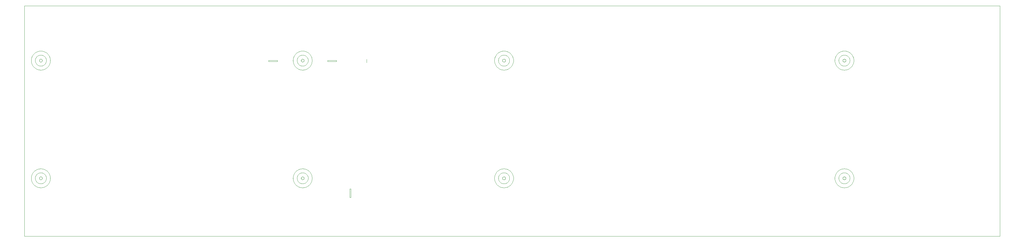
<source format=gts>
*%FSLAX23Y23*%
*%MOIN*%
G01*
D11*
X4105Y9426D02*
X15837D01*
Y6651D02*
X4105D01*
X15837D02*
Y9426D01*
X4105D02*
Y6651D01*
D22*
X15125Y7236D02*
D03*
Y8676D02*
D03*
D24*
X15275Y7131D02*
D03*
Y8536D02*
D03*
Y7831D02*
D03*
Y9246D02*
D03*
X15185Y7131D02*
D03*
Y6781D02*
D03*
X15155Y6806D02*
D03*
X15125Y6831D02*
D03*
X15095Y6856D02*
D03*
X15185Y7181D02*
D03*
X15155Y7396D02*
D03*
Y7536D02*
D03*
X15025Y6876D02*
D03*
Y7581D02*
D03*
X15185Y8536D02*
D03*
Y9246D02*
D03*
X15175Y8836D02*
D03*
X15125Y8966D02*
D03*
Y8616D02*
D03*
X15185Y7831D02*
D03*
X14840Y7331D02*
D03*
X14885Y7446D02*
D03*
Y6816D02*
D03*
X14930Y7226D02*
D03*
X14885Y8226D02*
D03*
X14915Y8686D02*
D03*
X14885Y8941D02*
D03*
X14990Y8886D02*
D03*
X15020Y8286D02*
D03*
X14975Y8941D02*
D03*
X14630Y7731D02*
D03*
Y6946D02*
D03*
Y8371D02*
D03*
Y9081D02*
D03*
X14485Y9106D02*
D03*
X14455Y8961D02*
D03*
X14485Y8816D02*
D03*
X14455Y8116D02*
D03*
X14320Y7136D02*
D03*
X14345Y7311D02*
D03*
Y7581D02*
D03*
X14275Y9256D02*
D03*
X14270Y8551D02*
D03*
Y7906D02*
D03*
X14245Y8796D02*
D03*
X14350Y8231D02*
D03*
X14080Y7136D02*
D03*
X14145Y7601D02*
D03*
X14185Y8936D02*
D03*
X14155Y8231D02*
D03*
X14080Y9106D02*
D03*
X13900Y7036D02*
D03*
X14038Y7709D02*
D03*
X13955Y9256D02*
D03*
X13805Y7501D02*
D03*
X13790Y7331D02*
D03*
X13775Y6941D02*
D03*
X13790Y7421D02*
D03*
X13770Y8936D02*
D03*
X13805Y8426D02*
D03*
X13790Y7841D02*
D03*
Y8326D02*
D03*
X13795Y7981D02*
D03*
X13730D02*
D03*
X13670Y8415D02*
D03*
X13720Y9351D02*
D03*
X13540Y6841D02*
D03*
X13485Y7666D02*
D03*
X13578Y7091D02*
D03*
X13485Y7576D02*
D03*
Y8151D02*
D03*
X13475Y8656D02*
D03*
X13485Y8061D02*
D03*
X13475Y8566D02*
D03*
X13580Y8936D02*
D03*
X13430Y6991D02*
D03*
X13410Y7481D02*
D03*
X13270Y7106D02*
D03*
X13410Y7521D02*
D03*
X13425Y7066D02*
D03*
X13370Y8481D02*
D03*
X13385Y8011D02*
D03*
X13363Y8568D02*
D03*
X13410Y7966D02*
D03*
X13270Y8071D02*
D03*
X13260Y8521D02*
D03*
X13335Y9346D02*
D03*
X13120Y7044D02*
D03*
X13255Y7586D02*
D03*
X13185Y8956D02*
D03*
X12890Y7696D02*
D03*
X12930Y7066D02*
D03*
X12890Y7471D02*
D03*
Y7246D02*
D03*
X12885Y8746D02*
D03*
Y9296D02*
D03*
X12890Y7921D02*
D03*
Y8146D02*
D03*
X12885Y8596D02*
D03*
Y8371D02*
D03*
X12750Y6901D02*
D03*
X12865D02*
D03*
Y7006D02*
D03*
X12750Y7036D02*
D03*
X12675Y7741D02*
D03*
X12710Y6961D02*
D03*
X12736Y9026D02*
D03*
X12805Y9121D02*
D03*
Y9236D02*
D03*
X12675Y8321D02*
D03*
X12857Y9371D02*
D03*
X12593Y6843D02*
D03*
X12575Y9181D02*
D03*
X12505Y9199D02*
D03*
X12525Y8556D02*
D03*
X12495Y8526D02*
D03*
X12623Y8855D02*
D03*
X12601Y8825D02*
D03*
X12570Y7864D02*
D03*
Y8198D02*
D03*
X12555Y8386D02*
D03*
Y8431D02*
D03*
X12505Y7981D02*
D03*
X12560Y8081D02*
D03*
X12610Y8546D02*
D03*
X12315Y6901D02*
D03*
Y7056D02*
D03*
X12415Y7116D02*
D03*
Y6996D02*
D03*
X12330Y7741D02*
D03*
X12450Y6956D02*
D03*
X12361Y6811D02*
D03*
X12470Y7682D02*
D03*
X12440Y7864D02*
D03*
X12465Y8835D02*
D03*
X12343Y8410D02*
D03*
X12403Y8411D02*
D03*
X12373Y8441D02*
D03*
X12313D02*
D03*
X12435Y8466D02*
D03*
X12465Y8496D02*
D03*
X12285Y7801D02*
D03*
X12284Y8956D02*
D03*
X12440Y8198D02*
D03*
X12200Y6901D02*
D03*
Y7086D02*
D03*
X12165Y6921D02*
D03*
X12244Y8956D02*
D03*
X12258Y8441D02*
D03*
X12228Y8466D02*
D03*
X12198Y8496D02*
D03*
X12168Y8526D02*
D03*
X12113Y8451D02*
D03*
X12100Y7916D02*
D03*
X12130Y7886D02*
D03*
X12255Y7831D02*
D03*
X12225Y7861D02*
D03*
X12195Y7891D02*
D03*
X11965Y7606D02*
D03*
X12045Y6843D02*
D03*
X11905Y6956D02*
D03*
X11901Y7366D02*
D03*
X11910Y8341D02*
D03*
X12053Y8511D02*
D03*
X12083Y8481D02*
D03*
X12070Y7946D02*
D03*
X12040Y7976D02*
D03*
X11970Y7986D02*
D03*
X11940Y8016D02*
D03*
X11910Y8046D02*
D03*
X11705Y7261D02*
D03*
X11720Y6751D02*
D03*
X11750Y6781D02*
D03*
X11765Y7606D02*
D03*
X11865Y6956D02*
D03*
X11810Y6806D02*
D03*
X11835Y7086D02*
D03*
Y7276D02*
D03*
X11880Y8076D02*
D03*
Y8136D02*
D03*
X11850Y8166D02*
D03*
X11820Y8196D02*
D03*
X11765Y8286D02*
D03*
X11625Y7461D02*
D03*
X11595Y7531D02*
D03*
X11565Y7606D02*
D03*
X11535Y6871D02*
D03*
X11660Y6696D02*
D03*
X11690Y6721D02*
D03*
X11570Y8571D02*
D03*
X11535Y8541D02*
D03*
X11505Y8571D02*
D03*
X11385Y7726D02*
D03*
X11465Y7441D02*
D03*
Y7351D02*
D03*
X11410Y7694D02*
D03*
X11355Y7116D02*
D03*
X11323Y7425D02*
D03*
X11311Y6961D02*
D03*
X11385Y8061D02*
D03*
X11445Y8631D02*
D03*
X11410Y8422D02*
D03*
Y8167D02*
D03*
Y7950D02*
D03*
X11307Y8691D02*
D03*
X11385Y8371D02*
D03*
X11200Y7141D02*
D03*
X11230Y7546D02*
D03*
X11155Y7191D02*
D03*
X11110D02*
D03*
Y7141D02*
D03*
X11150Y7756D02*
D03*
Y7681D02*
D03*
X11165Y7351D02*
D03*
X11220Y8576D02*
D03*
X11175Y8351D02*
D03*
X11300Y8265D02*
D03*
Y7871D02*
D03*
X11250Y8351D02*
D03*
X10935Y7246D02*
D03*
X10976D02*
D03*
X11035Y7381D02*
D03*
X11005Y6936D02*
D03*
Y7011D02*
D03*
X11095Y7626D02*
D03*
X10976Y7421D02*
D03*
X11055Y8491D02*
D03*
X10937Y8691D02*
D03*
X10780Y7086D02*
D03*
X10795Y6906D02*
D03*
X10890Y7546D02*
D03*
X10745Y6706D02*
D03*
X10760Y8691D02*
D03*
X10845Y8576D02*
D03*
X10560Y7771D02*
D03*
X10681Y7626D02*
D03*
X10641Y8491D02*
D03*
X10350Y7721D02*
D03*
X10510Y7546D02*
D03*
X10464Y7520D02*
D03*
X10485Y7771D02*
D03*
X10330Y7674D02*
D03*
X10490Y8571D02*
D03*
X10330Y7950D02*
D03*
X10345Y8304D02*
D03*
X10440Y8245D02*
D03*
Y7851D02*
D03*
X10415Y8711D02*
D03*
X10480Y8446D02*
D03*
Y8376D02*
D03*
X10350Y8026D02*
D03*
X10140Y7600D02*
D03*
X10255Y6796D02*
D03*
X10205Y7486D02*
D03*
X10235Y7536D02*
D03*
X10170Y7694D02*
D03*
X10140Y8446D02*
D03*
Y8326D02*
D03*
Y8376D02*
D03*
X10228Y7801D02*
D03*
X10200Y7971D02*
D03*
X10145Y8946D02*
D03*
X10210Y8186D02*
D03*
X10230Y8487D02*
D03*
X9945Y7601D02*
D03*
X9935Y8606D02*
D03*
X10100Y8716D02*
D03*
X9935Y8217D02*
D03*
X9560Y7351D02*
D03*
X9585Y8226D02*
D03*
X9470Y6996D02*
D03*
Y7351D02*
D03*
X9360Y8631D02*
D03*
X9530Y8081D02*
D03*
X9370Y8231D02*
D03*
X9255Y7556D02*
D03*
Y7601D02*
D03*
X9315Y8331D02*
D03*
Y8431D02*
D03*
X9320Y8931D02*
D03*
Y8831D02*
D03*
X9260Y8681D02*
D03*
X9215Y8536D02*
D03*
X9266Y8181D02*
D03*
X9030Y7221D02*
D03*
X8955Y7656D02*
D03*
X8990Y8226D02*
D03*
Y8741D02*
D03*
X9110Y8506D02*
D03*
X9120Y9011D02*
D03*
X9068Y8226D02*
D03*
X9017Y8341D02*
D03*
X8970Y8561D02*
D03*
X9094Y8726D02*
D03*
X9017Y8846D02*
D03*
X8930Y7221D02*
D03*
X8760D02*
D03*
X8800Y7281D02*
D03*
X8895Y8746D02*
D03*
Y8231D02*
D03*
Y8141D02*
D03*
X8885Y9011D02*
D03*
X8840Y8536D02*
D03*
X8730Y7191D02*
D03*
X8590Y7381D02*
D03*
X8650Y7136D02*
D03*
X8590Y7471D02*
D03*
X8670Y8096D02*
D03*
Y8611D02*
D03*
X8570Y8586D02*
D03*
X8220Y7411D02*
D03*
X8195Y7641D02*
D03*
Y7996D02*
D03*
X8360Y8421D02*
D03*
X8100Y7546D02*
D03*
X8075Y8761D02*
D03*
X7875Y8381D02*
D03*
X7770Y7261D02*
D03*
X7700Y6991D02*
D03*
X7735Y9061D02*
D03*
X7715Y8506D02*
D03*
X7025Y9061D02*
D03*
X7005Y8506D02*
D03*
X7165Y8381D02*
D03*
X5330Y8026D02*
D03*
Y8591D02*
D03*
X5065Y7201D02*
D03*
X5190Y7436D02*
D03*
X5075Y7396D02*
D03*
X5190Y8646D02*
D03*
Y7971D02*
D03*
X5045Y8426D02*
D03*
X4860Y7441D02*
D03*
Y7141D02*
D03*
X5005Y8301D02*
D03*
X5040Y7974D02*
D03*
X4795Y7576D02*
D03*
Y8121D02*
D03*
X4810Y8376D02*
D03*
D26*
X13852Y8767D02*
X13854D01*
X13852D02*
X13853Y8756D01*
X13855Y8745D01*
X13857Y8735D01*
X13861Y8724D01*
X13865Y8715D01*
X13871Y8705D01*
X13877Y8696D01*
X13884Y8688D01*
X13892Y8680D01*
X13901Y8674D01*
X13910Y8668D01*
X13919Y8663D01*
X13930Y8659D01*
X13940Y8656D01*
X13951Y8654D01*
X13962Y8653D01*
X13972D01*
X13983Y8654D01*
X13994Y8656D01*
X14004Y8659D01*
X14015Y8663D01*
X14024Y8668D01*
X14033Y8674D01*
X14042Y8680D01*
X14050Y8688D01*
X14057Y8696D01*
X14063Y8705D01*
X14069Y8715D01*
X14073Y8724D01*
X14077Y8735D01*
X14079Y8745D01*
X14081Y8756D01*
X14082Y8767D01*
X14082D01*
X14082D02*
X14081Y8778D01*
X14079Y8789D01*
X14077Y8799D01*
X14073Y8810D01*
X14069Y8819D01*
X14063Y8829D01*
X14057Y8838D01*
X14050Y8846D01*
X14042Y8854D01*
X14033Y8860D01*
X14024Y8866D01*
X14015Y8871D01*
X14004Y8875D01*
X13994Y8878D01*
X13983Y8880D01*
X13972Y8881D01*
X13962D01*
X13951Y8880D01*
X13940Y8878D01*
X13930Y8875D01*
X13919Y8871D01*
X13910Y8866D01*
X13901Y8860D01*
X13892Y8854D01*
X13884Y8846D01*
X13877Y8838D01*
X13871Y8829D01*
X13865Y8819D01*
X13861Y8810D01*
X13857Y8799D01*
X13855Y8789D01*
X13853Y8778D01*
X13852Y8767D01*
X13900D02*
X13902D01*
X13900D02*
X13901Y8757D01*
X13903Y8747D01*
X13907Y8738D01*
X13912Y8730D01*
X13918Y8722D01*
X13926Y8715D01*
X13934Y8709D01*
X13943Y8705D01*
X13952Y8702D01*
X13962Y8701D01*
X13972D01*
X13982Y8702D01*
X13991Y8705D01*
X14000Y8709D01*
X14008Y8715D01*
X14016Y8722D01*
X14022Y8730D01*
X14027Y8738D01*
X14031Y8747D01*
X14033Y8757D01*
X14034Y8767D01*
X14034D01*
X14034D02*
X14033Y8777D01*
X14031Y8787D01*
X14027Y8796D01*
X14022Y8804D01*
X14016Y8812D01*
X14008Y8819D01*
X14000Y8825D01*
X13991Y8829D01*
X13982Y8832D01*
X13972Y8833D01*
X13962D01*
X13952Y8832D01*
X13943Y8829D01*
X13934Y8825D01*
X13926Y8819D01*
X13918Y8812D01*
X13912Y8804D01*
X13907Y8796D01*
X13903Y8787D01*
X13901Y8777D01*
X13900Y8767D01*
X13948D02*
X13950D01*
X13948D02*
X13950Y8761D01*
X13953Y8755D01*
X13958Y8751D01*
X13964Y8749D01*
X13970D01*
X13976Y8751D01*
X13981Y8755D01*
X13984Y8761D01*
X13986Y8767D01*
X13986D01*
X13986D02*
X13984Y8773D01*
X13981Y8779D01*
X13976Y8783D01*
X13970Y8785D01*
X13964D01*
X13958Y8783D01*
X13953Y8779D01*
X13950Y8773D01*
X13948Y8767D01*
X13852Y7350D02*
X13854D01*
X13852D02*
X13853Y7339D01*
X13855Y7328D01*
X13857Y7318D01*
X13861Y7307D01*
X13865Y7298D01*
X13871Y7288D01*
X13877Y7279D01*
X13884Y7271D01*
X13892Y7263D01*
X13901Y7257D01*
X13910Y7251D01*
X13919Y7246D01*
X13930Y7242D01*
X13940Y7239D01*
X13951Y7237D01*
X13962Y7236D01*
X13972D01*
X13983Y7237D01*
X13994Y7239D01*
X14004Y7242D01*
X14015Y7246D01*
X14024Y7251D01*
X14033Y7257D01*
X14042Y7263D01*
X14050Y7271D01*
X14057Y7279D01*
X14063Y7288D01*
X14069Y7298D01*
X14073Y7307D01*
X14077Y7318D01*
X14079Y7328D01*
X14081Y7339D01*
X14082Y7350D01*
X14082D01*
X14082D02*
X14081Y7361D01*
X14079Y7372D01*
X14077Y7382D01*
X14073Y7393D01*
X14069Y7402D01*
X14063Y7412D01*
X14057Y7421D01*
X14050Y7429D01*
X14042Y7437D01*
X14033Y7443D01*
X14024Y7449D01*
X14015Y7454D01*
X14004Y7458D01*
X13994Y7461D01*
X13983Y7463D01*
X13972Y7464D01*
X13962D01*
X13951Y7463D01*
X13940Y7461D01*
X13930Y7458D01*
X13919Y7454D01*
X13910Y7449D01*
X13901Y7443D01*
X13892Y7437D01*
X13884Y7429D01*
X13877Y7421D01*
X13871Y7412D01*
X13865Y7402D01*
X13861Y7393D01*
X13857Y7382D01*
X13855Y7372D01*
X13853Y7361D01*
X13852Y7350D01*
X13900D02*
X13902D01*
X13900D02*
X13901Y7340D01*
X13903Y7330D01*
X13907Y7321D01*
X13912Y7313D01*
X13918Y7305D01*
X13926Y7298D01*
X13934Y7292D01*
X13943Y7288D01*
X13952Y7285D01*
X13962Y7284D01*
X13972D01*
X13982Y7285D01*
X13991Y7288D01*
X14000Y7292D01*
X14008Y7298D01*
X14016Y7305D01*
X14022Y7313D01*
X14027Y7321D01*
X14031Y7330D01*
X14033Y7340D01*
X14034Y7350D01*
X14034D01*
X14034D02*
X14033Y7360D01*
X14031Y7370D01*
X14027Y7379D01*
X14022Y7387D01*
X14016Y7395D01*
X14008Y7402D01*
X14000Y7408D01*
X13991Y7412D01*
X13982Y7415D01*
X13972Y7416D01*
X13962D01*
X13952Y7415D01*
X13943Y7412D01*
X13934Y7408D01*
X13926Y7402D01*
X13918Y7395D01*
X13912Y7387D01*
X13907Y7379D01*
X13903Y7370D01*
X13901Y7360D01*
X13900Y7350D01*
X13948D02*
X13950D01*
X13948D02*
X13950Y7344D01*
X13953Y7338D01*
X13958Y7334D01*
X13964Y7332D01*
X13970D01*
X13976Y7334D01*
X13981Y7338D01*
X13984Y7344D01*
X13986Y7350D01*
X13986D01*
X13986D02*
X13984Y7356D01*
X13981Y7362D01*
X13976Y7366D01*
X13970Y7368D01*
X13964D01*
X13958Y7366D01*
X13953Y7362D01*
X13950Y7356D01*
X13948Y7350D01*
X9758Y8767D02*
X9760D01*
X9758D02*
X9759Y8756D01*
X9761Y8745D01*
X9763Y8735D01*
X9767Y8724D01*
X9771Y8715D01*
X9777Y8705D01*
X9783Y8696D01*
X9790Y8688D01*
X9798Y8680D01*
X9807Y8674D01*
X9816Y8668D01*
X9825Y8663D01*
X9836Y8659D01*
X9846Y8656D01*
X9857Y8654D01*
X9868Y8653D01*
X9878D01*
X9889Y8654D01*
X9900Y8656D01*
X9910Y8659D01*
X9921Y8663D01*
X9930Y8668D01*
X9939Y8674D01*
X9948Y8680D01*
X9956Y8688D01*
X9963Y8696D01*
X9969Y8705D01*
X9975Y8715D01*
X9979Y8724D01*
X9983Y8735D01*
X9985Y8745D01*
X9987Y8756D01*
X9988Y8767D01*
X9988D01*
X9988D02*
X9987Y8778D01*
X9985Y8789D01*
X9983Y8799D01*
X9979Y8810D01*
X9975Y8819D01*
X9969Y8829D01*
X9963Y8838D01*
X9956Y8846D01*
X9948Y8854D01*
X9939Y8860D01*
X9930Y8866D01*
X9921Y8871D01*
X9910Y8875D01*
X9900Y8878D01*
X9889Y8880D01*
X9878Y8881D01*
X9868D01*
X9857Y8880D01*
X9846Y8878D01*
X9836Y8875D01*
X9825Y8871D01*
X9816Y8866D01*
X9807Y8860D01*
X9798Y8854D01*
X9790Y8846D01*
X9783Y8838D01*
X9777Y8829D01*
X9771Y8819D01*
X9767Y8810D01*
X9763Y8799D01*
X9761Y8789D01*
X9759Y8778D01*
X9758Y8767D01*
X9806D02*
X9808D01*
X9806D02*
X9807Y8757D01*
X9809Y8747D01*
X9813Y8738D01*
X9818Y8730D01*
X9824Y8722D01*
X9832Y8715D01*
X9840Y8709D01*
X9849Y8705D01*
X9858Y8702D01*
X9868Y8701D01*
X9878D01*
X9888Y8702D01*
X9897Y8705D01*
X9906Y8709D01*
X9914Y8715D01*
X9922Y8722D01*
X9928Y8730D01*
X9933Y8738D01*
X9937Y8747D01*
X9939Y8757D01*
X9940Y8767D01*
X9940D01*
X9940D02*
X9939Y8777D01*
X9937Y8787D01*
X9933Y8796D01*
X9928Y8804D01*
X9922Y8812D01*
X9914Y8819D01*
X9906Y8825D01*
X9897Y8829D01*
X9888Y8832D01*
X9878Y8833D01*
X9868D01*
X9858Y8832D01*
X9849Y8829D01*
X9840Y8825D01*
X9832Y8819D01*
X9824Y8812D01*
X9818Y8804D01*
X9813Y8796D01*
X9809Y8787D01*
X9807Y8777D01*
X9806Y8767D01*
X9854D02*
X9856D01*
X9854D02*
X9856Y8761D01*
X9859Y8755D01*
X9864Y8751D01*
X9870Y8749D01*
X9876D01*
X9882Y8751D01*
X9887Y8755D01*
X9890Y8761D01*
X9892Y8767D01*
X9892D01*
X9892D02*
X9890Y8773D01*
X9887Y8779D01*
X9882Y8783D01*
X9876Y8785D01*
X9870D01*
X9864Y8783D01*
X9859Y8779D01*
X9856Y8773D01*
X9854Y8767D01*
X9758Y7350D02*
X9760D01*
X9758D02*
X9759Y7339D01*
X9761Y7328D01*
X9763Y7318D01*
X9767Y7307D01*
X9771Y7298D01*
X9777Y7288D01*
X9783Y7279D01*
X9790Y7271D01*
X9798Y7263D01*
X9807Y7257D01*
X9816Y7251D01*
X9825Y7246D01*
X9836Y7242D01*
X9846Y7239D01*
X9857Y7237D01*
X9868Y7236D01*
X9878D01*
X9889Y7237D01*
X9900Y7239D01*
X9910Y7242D01*
X9921Y7246D01*
X9930Y7251D01*
X9939Y7257D01*
X9948Y7263D01*
X9956Y7271D01*
X9963Y7279D01*
X9969Y7288D01*
X9975Y7298D01*
X9979Y7307D01*
X9983Y7318D01*
X9985Y7328D01*
X9987Y7339D01*
X9988Y7350D01*
X9988D01*
X9988D02*
X9987Y7361D01*
X9985Y7372D01*
X9983Y7382D01*
X9979Y7393D01*
X9975Y7402D01*
X9969Y7412D01*
X9963Y7421D01*
X9956Y7429D01*
X9948Y7437D01*
X9939Y7443D01*
X9930Y7449D01*
X9921Y7454D01*
X9910Y7458D01*
X9900Y7461D01*
X9889Y7463D01*
X9878Y7464D01*
X9868D01*
X9857Y7463D01*
X9846Y7461D01*
X9836Y7458D01*
X9825Y7454D01*
X9816Y7449D01*
X9807Y7443D01*
X9798Y7437D01*
X9790Y7429D01*
X9783Y7421D01*
X9777Y7412D01*
X9771Y7402D01*
X9767Y7393D01*
X9763Y7382D01*
X9761Y7372D01*
X9759Y7361D01*
X9758Y7350D01*
X9806D02*
X9808D01*
X9806D02*
X9807Y7340D01*
X9809Y7330D01*
X9813Y7321D01*
X9818Y7313D01*
X9824Y7305D01*
X9832Y7298D01*
X9840Y7292D01*
X9849Y7288D01*
X9858Y7285D01*
X9868Y7284D01*
X9878D01*
X9888Y7285D01*
X9897Y7288D01*
X9906Y7292D01*
X9914Y7298D01*
X9922Y7305D01*
X9928Y7313D01*
X9933Y7321D01*
X9937Y7330D01*
X9939Y7340D01*
X9940Y7350D01*
X9940D01*
X9940D02*
X9939Y7360D01*
X9937Y7370D01*
X9933Y7379D01*
X9928Y7387D01*
X9922Y7395D01*
X9914Y7402D01*
X9906Y7408D01*
X9897Y7412D01*
X9888Y7415D01*
X9878Y7416D01*
X9868D01*
X9858Y7415D01*
X9849Y7412D01*
X9840Y7408D01*
X9832Y7402D01*
X9824Y7395D01*
X9818Y7387D01*
X9813Y7379D01*
X9809Y7370D01*
X9807Y7360D01*
X9806Y7350D01*
X9854D02*
X9856D01*
X9854D02*
X9856Y7344D01*
X9859Y7338D01*
X9864Y7334D01*
X9870Y7332D01*
X9876D01*
X9882Y7334D01*
X9887Y7338D01*
X9890Y7344D01*
X9892Y7350D01*
X9892D01*
X9892D02*
X9890Y7356D01*
X9887Y7362D01*
X9882Y7366D01*
X9876Y7368D01*
X9870D01*
X9864Y7366D01*
X9859Y7362D01*
X9856Y7356D01*
X9854Y7350D01*
X7336Y8767D02*
X7338D01*
X7336D02*
X7337Y8756D01*
X7339Y8745D01*
X7341Y8735D01*
X7345Y8724D01*
X7349Y8715D01*
X7355Y8705D01*
X7361Y8696D01*
X7368Y8688D01*
X7376Y8680D01*
X7385Y8674D01*
X7394Y8668D01*
X7403Y8663D01*
X7414Y8659D01*
X7424Y8656D01*
X7435Y8654D01*
X7446Y8653D01*
X7456D01*
X7467Y8654D01*
X7478Y8656D01*
X7488Y8659D01*
X7499Y8663D01*
X7508Y8668D01*
X7517Y8674D01*
X7526Y8680D01*
X7534Y8688D01*
X7541Y8696D01*
X7547Y8705D01*
X7553Y8715D01*
X7557Y8724D01*
X7561Y8735D01*
X7563Y8745D01*
X7565Y8756D01*
X7566Y8767D01*
X7566D01*
X7566D02*
X7565Y8778D01*
X7563Y8789D01*
X7561Y8799D01*
X7557Y8810D01*
X7553Y8819D01*
X7547Y8829D01*
X7541Y8838D01*
X7534Y8846D01*
X7526Y8854D01*
X7517Y8860D01*
X7508Y8866D01*
X7499Y8871D01*
X7488Y8875D01*
X7478Y8878D01*
X7467Y8880D01*
X7456Y8881D01*
X7446D01*
X7435Y8880D01*
X7424Y8878D01*
X7414Y8875D01*
X7403Y8871D01*
X7394Y8866D01*
X7385Y8860D01*
X7376Y8854D01*
X7368Y8846D01*
X7361Y8838D01*
X7355Y8829D01*
X7349Y8819D01*
X7345Y8810D01*
X7341Y8799D01*
X7339Y8789D01*
X7337Y8778D01*
X7336Y8767D01*
X7384D02*
X7386D01*
X7384D02*
X7385Y8757D01*
X7387Y8747D01*
X7391Y8738D01*
X7396Y8730D01*
X7402Y8722D01*
X7410Y8715D01*
X7418Y8709D01*
X7427Y8705D01*
X7436Y8702D01*
X7446Y8701D01*
X7456D01*
X7466Y8702D01*
X7475Y8705D01*
X7484Y8709D01*
X7492Y8715D01*
X7500Y8722D01*
X7506Y8730D01*
X7511Y8738D01*
X7515Y8747D01*
X7517Y8757D01*
X7518Y8767D01*
X7518D01*
X7518D02*
X7517Y8777D01*
X7515Y8787D01*
X7511Y8796D01*
X7506Y8804D01*
X7500Y8812D01*
X7492Y8819D01*
X7484Y8825D01*
X7475Y8829D01*
X7466Y8832D01*
X7456Y8833D01*
X7446D01*
X7436Y8832D01*
X7427Y8829D01*
X7418Y8825D01*
X7410Y8819D01*
X7402Y8812D01*
X7396Y8804D01*
X7391Y8796D01*
X7387Y8787D01*
X7385Y8777D01*
X7384Y8767D01*
X7432D02*
X7434D01*
X7432D02*
X7434Y8761D01*
X7437Y8755D01*
X7442Y8751D01*
X7448Y8749D01*
X7454D01*
X7460Y8751D01*
X7465Y8755D01*
X7468Y8761D01*
X7470Y8767D01*
X7470D01*
X7470D02*
X7468Y8773D01*
X7465Y8779D01*
X7460Y8783D01*
X7454Y8785D01*
X7448D01*
X7442Y8783D01*
X7437Y8779D01*
X7434Y8773D01*
X7432Y8767D01*
X7336Y7350D02*
X7338D01*
X7336D02*
X7337Y7339D01*
X7339Y7328D01*
X7341Y7318D01*
X7345Y7307D01*
X7349Y7298D01*
X7355Y7288D01*
X7361Y7279D01*
X7368Y7271D01*
X7376Y7263D01*
X7385Y7257D01*
X7394Y7251D01*
X7403Y7246D01*
X7414Y7242D01*
X7424Y7239D01*
X7435Y7237D01*
X7446Y7236D01*
X7456D01*
X7467Y7237D01*
X7478Y7239D01*
X7488Y7242D01*
X7499Y7246D01*
X7508Y7251D01*
X7517Y7257D01*
X7526Y7263D01*
X7534Y7271D01*
X7541Y7279D01*
X7547Y7288D01*
X7553Y7298D01*
X7557Y7307D01*
X7561Y7318D01*
X7563Y7328D01*
X7565Y7339D01*
X7566Y7350D01*
X7566D01*
X7566D02*
X7565Y7361D01*
X7563Y7372D01*
X7561Y7382D01*
X7557Y7393D01*
X7553Y7402D01*
X7547Y7412D01*
X7541Y7421D01*
X7534Y7429D01*
X7526Y7437D01*
X7517Y7443D01*
X7508Y7449D01*
X7499Y7454D01*
X7488Y7458D01*
X7478Y7461D01*
X7467Y7463D01*
X7456Y7464D01*
X7446D01*
X7435Y7463D01*
X7424Y7461D01*
X7414Y7458D01*
X7403Y7454D01*
X7394Y7449D01*
X7385Y7443D01*
X7376Y7437D01*
X7368Y7429D01*
X7361Y7421D01*
X7355Y7412D01*
X7349Y7402D01*
X7345Y7393D01*
X7341Y7382D01*
X7339Y7372D01*
X7337Y7361D01*
X7336Y7350D01*
X7384D02*
X7386D01*
X7384D02*
X7385Y7340D01*
X7387Y7330D01*
X7391Y7321D01*
X7396Y7313D01*
X7402Y7305D01*
X7410Y7298D01*
X7418Y7292D01*
X7427Y7288D01*
X7436Y7285D01*
X7446Y7284D01*
X7456D01*
X7466Y7285D01*
X7475Y7288D01*
X7484Y7292D01*
X7492Y7298D01*
X7500Y7305D01*
X7506Y7313D01*
X7511Y7321D01*
X7515Y7330D01*
X7517Y7340D01*
X7518Y7350D01*
X7518D01*
X7518D02*
X7517Y7360D01*
X7515Y7370D01*
X7511Y7379D01*
X7506Y7387D01*
X7500Y7395D01*
X7492Y7402D01*
X7484Y7408D01*
X7475Y7412D01*
X7466Y7415D01*
X7456Y7416D01*
X7446D01*
X7436Y7415D01*
X7427Y7412D01*
X7418Y7408D01*
X7410Y7402D01*
X7402Y7395D01*
X7396Y7387D01*
X7391Y7379D01*
X7387Y7370D01*
X7385Y7360D01*
X7384Y7350D01*
X7432D02*
X7434D01*
X7432D02*
X7434Y7344D01*
X7437Y7338D01*
X7442Y7334D01*
X7448Y7332D01*
X7454D01*
X7460Y7334D01*
X7465Y7338D01*
X7468Y7344D01*
X7470Y7350D01*
X7470D01*
X7470D02*
X7468Y7356D01*
X7465Y7362D01*
X7460Y7366D01*
X7454Y7368D01*
X7448D01*
X7442Y7366D01*
X7437Y7362D01*
X7434Y7356D01*
X7432Y7350D01*
X4188Y8767D02*
X4188D01*
X4188D02*
X4188Y8756D01*
X4190Y8745D01*
X4192Y8735D01*
X4196Y8724D01*
X4200Y8715D01*
X4206Y8705D01*
X4212Y8696D01*
X4219Y8688D01*
X4227Y8680D01*
X4236Y8674D01*
X4245Y8668D01*
X4254Y8663D01*
X4265Y8659D01*
X4275Y8656D01*
X4286Y8654D01*
X4297Y8653D01*
X4307D01*
X4318Y8654D01*
X4329Y8656D01*
X4339Y8659D01*
X4350Y8663D01*
X4359Y8668D01*
X4368Y8674D01*
X4377Y8680D01*
X4385Y8688D01*
X4392Y8696D01*
X4398Y8705D01*
X4404Y8715D01*
X4408Y8724D01*
X4412Y8735D01*
X4414Y8745D01*
X4416Y8756D01*
X4416Y8767D01*
X4418D01*
X4416D02*
X4416Y8778D01*
X4414Y8789D01*
X4412Y8799D01*
X4408Y8810D01*
X4404Y8819D01*
X4398Y8829D01*
X4392Y8838D01*
X4385Y8846D01*
X4377Y8854D01*
X4368Y8860D01*
X4359Y8866D01*
X4350Y8871D01*
X4339Y8875D01*
X4329Y8878D01*
X4318Y8880D01*
X4307Y8881D01*
X4297D01*
X4286Y8880D01*
X4275Y8878D01*
X4265Y8875D01*
X4254Y8871D01*
X4245Y8866D01*
X4236Y8860D01*
X4227Y8854D01*
X4219Y8846D01*
X4212Y8838D01*
X4206Y8829D01*
X4200Y8819D01*
X4196Y8810D01*
X4192Y8799D01*
X4190Y8789D01*
X4188Y8778D01*
X4188Y8767D01*
X4236D02*
X4236D01*
X4236D02*
X4236Y8757D01*
X4238Y8747D01*
X4242Y8738D01*
X4247Y8730D01*
X4253Y8722D01*
X4261Y8715D01*
X4269Y8709D01*
X4278Y8705D01*
X4287Y8702D01*
X4297Y8701D01*
X4307D01*
X4317Y8702D01*
X4326Y8705D01*
X4335Y8709D01*
X4343Y8715D01*
X4351Y8722D01*
X4357Y8730D01*
X4362Y8738D01*
X4366Y8747D01*
X4368Y8757D01*
X4368Y8767D01*
X4370D01*
X4368D02*
X4368Y8777D01*
X4366Y8787D01*
X4362Y8796D01*
X4357Y8804D01*
X4351Y8812D01*
X4343Y8819D01*
X4335Y8825D01*
X4326Y8829D01*
X4317Y8832D01*
X4307Y8833D01*
X4297D01*
X4287Y8832D01*
X4278Y8829D01*
X4269Y8825D01*
X4261Y8819D01*
X4253Y8812D01*
X4247Y8804D01*
X4242Y8796D01*
X4238Y8787D01*
X4236Y8777D01*
X4236Y8767D01*
X4284D02*
X4284D01*
X4284D02*
X4285Y8761D01*
X4288Y8755D01*
X4293Y8751D01*
X4299Y8749D01*
X4305D01*
X4311Y8751D01*
X4316Y8755D01*
X4319Y8761D01*
X4320Y8767D01*
X4322D01*
X4320D02*
X4319Y8773D01*
X4316Y8779D01*
X4311Y8783D01*
X4305Y8785D01*
X4299D01*
X4293Y8783D01*
X4288Y8779D01*
X4285Y8773D01*
X4284Y8767D01*
X4188Y7350D02*
X4188D01*
X4188D02*
X4188Y7339D01*
X4190Y7328D01*
X4192Y7318D01*
X4196Y7307D01*
X4200Y7298D01*
X4206Y7288D01*
X4212Y7279D01*
X4219Y7271D01*
X4227Y7263D01*
X4236Y7257D01*
X4245Y7251D01*
X4254Y7246D01*
X4265Y7242D01*
X4275Y7239D01*
X4286Y7237D01*
X4297Y7236D01*
X4307D01*
X4318Y7237D01*
X4329Y7239D01*
X4339Y7242D01*
X4350Y7246D01*
X4359Y7251D01*
X4368Y7257D01*
X4377Y7263D01*
X4385Y7271D01*
X4392Y7279D01*
X4398Y7288D01*
X4404Y7298D01*
X4408Y7307D01*
X4412Y7318D01*
X4414Y7328D01*
X4416Y7339D01*
X4416Y7350D01*
X4418D01*
X4416D02*
X4416Y7361D01*
X4414Y7372D01*
X4412Y7382D01*
X4408Y7393D01*
X4404Y7402D01*
X4398Y7412D01*
X4392Y7421D01*
X4385Y7429D01*
X4377Y7437D01*
X4368Y7443D01*
X4359Y7449D01*
X4350Y7454D01*
X4339Y7458D01*
X4329Y7461D01*
X4318Y7463D01*
X4307Y7464D01*
X4297D01*
X4286Y7463D01*
X4275Y7461D01*
X4265Y7458D01*
X4254Y7454D01*
X4245Y7449D01*
X4236Y7443D01*
X4227Y7437D01*
X4219Y7429D01*
X4212Y7421D01*
X4206Y7412D01*
X4200Y7402D01*
X4196Y7393D01*
X4192Y7382D01*
X4190Y7372D01*
X4188Y7361D01*
X4188Y7350D01*
X4236D02*
X4236D01*
X4236D02*
X4236Y7340D01*
X4238Y7330D01*
X4242Y7321D01*
X4247Y7313D01*
X4253Y7305D01*
X4261Y7298D01*
X4269Y7292D01*
X4278Y7288D01*
X4287Y7285D01*
X4297Y7284D01*
X4307D01*
X4317Y7285D01*
X4326Y7288D01*
X4335Y7292D01*
X4343Y7298D01*
X4351Y7305D01*
X4357Y7313D01*
X4362Y7321D01*
X4366Y7330D01*
X4368Y7340D01*
X4368Y7350D01*
X4370D01*
X4368D02*
X4368Y7360D01*
X4366Y7370D01*
X4362Y7379D01*
X4357Y7387D01*
X4351Y7395D01*
X4343Y7402D01*
X4335Y7408D01*
X4326Y7412D01*
X4317Y7415D01*
X4307Y7416D01*
X4297D01*
X4287Y7415D01*
X4278Y7412D01*
X4269Y7408D01*
X4261Y7402D01*
X4253Y7395D01*
X4247Y7387D01*
X4242Y7379D01*
X4238Y7370D01*
X4236Y7360D01*
X4236Y7350D01*
X4284D02*
X4284D01*
X4284D02*
X4285Y7344D01*
X4288Y7338D01*
X4293Y7334D01*
X4299Y7332D01*
X4305D01*
X4311Y7334D01*
X4316Y7338D01*
X4319Y7344D01*
X4320Y7350D01*
X4322D01*
X4320D02*
X4319Y7356D01*
X4316Y7362D01*
X4311Y7366D01*
X4305Y7368D01*
X4299D01*
X4293Y7366D01*
X4288Y7362D01*
X4285Y7356D01*
X4284Y7350D01*
D32*
X4352Y8008D02*
D03*
Y7608D02*
D03*
X4252Y8558D02*
D03*
X4352Y8508D02*
D03*
X4252Y8458D02*
D03*
X4352Y8408D02*
D03*
X4252Y8358D02*
D03*
X4352Y8308D02*
D03*
X4252Y8258D02*
D03*
X4352Y8208D02*
D03*
X4252Y8158D02*
D03*
X4352Y8108D02*
D03*
X4252Y8058D02*
D03*
Y7958D02*
D03*
X4352Y7908D02*
D03*
X4252Y7858D02*
D03*
X4352Y7808D02*
D03*
X4252Y7758D02*
D03*
X4352Y7708D02*
D03*
X4252Y7658D02*
D03*
X8855Y7501D02*
D03*
X9055D02*
D03*
X10115Y9186D02*
D03*
X9715D02*
D03*
X10665Y9286D02*
D03*
X10615Y9186D02*
D03*
X10565Y9286D02*
D03*
X10515Y9186D02*
D03*
X10465Y9286D02*
D03*
X10415Y9186D02*
D03*
X10365Y9286D02*
D03*
X10315Y9186D02*
D03*
X10265Y9286D02*
D03*
X10215Y9186D02*
D03*
X10165Y9286D02*
D03*
X10065D02*
D03*
X10015Y9186D02*
D03*
X9965Y9286D02*
D03*
X9915Y9186D02*
D03*
X9865Y9286D02*
D03*
X9815Y9186D02*
D03*
X9765Y9286D02*
D03*
X11305Y9186D02*
D03*
X10905D02*
D03*
X11855Y9286D02*
D03*
X11805Y9186D02*
D03*
X11755Y9286D02*
D03*
X11705Y9186D02*
D03*
X11655Y9286D02*
D03*
X11605Y9186D02*
D03*
X11555Y9286D02*
D03*
X11505Y9186D02*
D03*
X11455Y9286D02*
D03*
X11405Y9186D02*
D03*
X11355Y9286D02*
D03*
X11255D02*
D03*
X11205Y9186D02*
D03*
X11155Y9286D02*
D03*
X11105Y9186D02*
D03*
X11055Y9286D02*
D03*
X11005Y9186D02*
D03*
X10955Y9286D02*
D03*
D33*
X10505Y7056D02*
D03*
X10685D02*
D03*
X10595D02*
D03*
D36*
X8690Y6831D02*
D03*
X8790D02*
D03*
X8890D02*
D03*
X8990D02*
D03*
X9090D02*
D03*
X9190D02*
D03*
X11416D02*
D03*
X11316D02*
D03*
X11216D02*
D03*
X11116D02*
D03*
X11016D02*
D03*
X10916D02*
D03*
D38*
X9695Y7476D02*
D03*
X13425Y7356D02*
D03*
Y8351D02*
D03*
Y7866D02*
D03*
X13420Y8861D02*
D03*
X14885Y7096D02*
D03*
Y8506D02*
D03*
Y9216D02*
D03*
Y7801D02*
D03*
D39*
X15371Y6995D02*
D03*
Y7095D02*
D03*
Y7804D02*
D03*
Y7704D02*
D03*
Y8413D02*
D03*
Y8513D02*
D03*
Y9222D02*
D03*
Y9122D02*
D03*
D41*
X4280Y7552D02*
D03*
X9659Y9258D02*
D03*
X10849D02*
D03*
X15571Y6995D02*
D03*
D44*
X15670Y7094D02*
D03*
X15472D02*
D03*
Y6896D02*
D03*
X15670D02*
D03*
D50*
X15571Y9322D02*
D03*
D52*
Y7195D02*
D03*
Y6795D02*
D03*
Y7504D02*
D03*
Y7904D02*
D03*
Y8613D02*
D03*
Y8213D02*
D03*
Y8922D02*
D03*
D54*
X12645Y7630D02*
D03*
D58*
X12461Y8667D02*
D03*
X12441D02*
D03*
X12422D02*
D03*
X12402D02*
D03*
X12382D02*
D03*
X12363D02*
D03*
X12343D02*
D03*
X12323D02*
D03*
X12304D02*
D03*
X12284D02*
D03*
X12264D02*
D03*
X12244D02*
D03*
X12461Y9022D02*
D03*
X12244D02*
D03*
X12264D02*
D03*
X12284D02*
D03*
X12304D02*
D03*
X12323D02*
D03*
X12343D02*
D03*
X12363D02*
D03*
X12382D02*
D03*
X12402D02*
D03*
X12422D02*
D03*
X12441D02*
D03*
D61*
X11370Y8646D02*
D03*
X11350D02*
D03*
X11331D02*
D03*
X11311D02*
D03*
X11291D02*
D03*
X11272D02*
D03*
X11252D02*
D03*
X11232D02*
D03*
X11212D02*
D03*
X11193D02*
D03*
X11173D02*
D03*
X11154D02*
D03*
X11134D02*
D03*
X11114D02*
D03*
X11094D02*
D03*
X11075D02*
D03*
X11055D02*
D03*
X11035D02*
D03*
X11016D02*
D03*
X10996D02*
D03*
X10976D02*
D03*
X10957D02*
D03*
X10937D02*
D03*
X10917D02*
D03*
X10898D02*
D03*
X10878D02*
D03*
X10858D02*
D03*
X10838D02*
D03*
X10819D02*
D03*
X10799D02*
D03*
X10779D02*
D03*
X10760D02*
D03*
X10740D02*
D03*
X10720D02*
D03*
X10701D02*
D03*
X10681D02*
D03*
X10661D02*
D03*
X10642D02*
D03*
X10622D02*
D03*
X10602D02*
D03*
X10583D02*
D03*
X10563D02*
D03*
X10543D02*
D03*
X10524D02*
D03*
X10504D02*
D03*
X10484D02*
D03*
X10464D02*
D03*
X10445D02*
D03*
X10425D02*
D03*
X10405D02*
D03*
X10386D02*
D03*
X10366D02*
D03*
X11370Y7470D02*
D03*
X10366D02*
D03*
X10386D02*
D03*
X10405D02*
D03*
X10425D02*
D03*
X10445D02*
D03*
X10464D02*
D03*
X10484D02*
D03*
X10504D02*
D03*
X10524D02*
D03*
X10543D02*
D03*
X10563D02*
D03*
X10583D02*
D03*
X10602D02*
D03*
X10622D02*
D03*
X10642D02*
D03*
X10661D02*
D03*
X10681D02*
D03*
X10701D02*
D03*
X10720D02*
D03*
X10740D02*
D03*
X10760D02*
D03*
X10779D02*
D03*
X10799D02*
D03*
X10819D02*
D03*
X10838D02*
D03*
X10858D02*
D03*
X10878D02*
D03*
X10898D02*
D03*
X10917D02*
D03*
X10937D02*
D03*
X10957D02*
D03*
X10976D02*
D03*
X10996D02*
D03*
X11016D02*
D03*
X11035D02*
D03*
X11055D02*
D03*
X11075D02*
D03*
X11094D02*
D03*
X11114D02*
D03*
X11134D02*
D03*
X11154D02*
D03*
X11173D02*
D03*
X11193D02*
D03*
X11212D02*
D03*
X11232D02*
D03*
X11252D02*
D03*
X11272D02*
D03*
X11291D02*
D03*
X11311D02*
D03*
X11331D02*
D03*
X11350D02*
D03*
D63*
X9125Y7341D02*
D03*
X9093D02*
D03*
X9062D02*
D03*
X9030D02*
D03*
X8999D02*
D03*
X8967D02*
D03*
X8936D02*
D03*
X8904D02*
D03*
X8907Y7006D02*
D03*
X8939D02*
D03*
X8970D02*
D03*
X9002D02*
D03*
X9033D02*
D03*
X9065D02*
D03*
X9096D02*
D03*
X9128D02*
D03*
D64*
X12483Y6932D02*
D03*
X12560D02*
D03*
X12534D02*
D03*
X12560Y6808D02*
D03*
X12534D02*
D03*
X12509D02*
D03*
X12483D02*
D03*
X12509Y6932D02*
D03*
X11933D02*
D03*
X12010D02*
D03*
X11984D02*
D03*
X12010Y6808D02*
D03*
X11984D02*
D03*
X11959D02*
D03*
X11933D02*
D03*
X11959Y6932D02*
D03*
D65*
X8940Y8661D02*
D03*
X8966D02*
D03*
X8991D02*
D03*
X9017D02*
D03*
X9042D02*
D03*
X9068D02*
D03*
X9094D02*
D03*
X9119D02*
D03*
Y8913D02*
D03*
X9094D02*
D03*
X9068D02*
D03*
X9042D02*
D03*
X9017D02*
D03*
X8991D02*
D03*
X8966D02*
D03*
X8940D02*
D03*
Y8156D02*
D03*
X8966D02*
D03*
X8991D02*
D03*
X9017D02*
D03*
X9042D02*
D03*
X9068D02*
D03*
X9094D02*
D03*
X9119D02*
D03*
Y8408D02*
D03*
X9094D02*
D03*
X9068D02*
D03*
X9042D02*
D03*
X9017D02*
D03*
X8991D02*
D03*
X8966D02*
D03*
X8940D02*
D03*
D68*
X15125Y7460D02*
D03*
X15175Y7236D02*
D03*
X15225D02*
D03*
X15275D02*
D03*
Y7460D02*
D03*
X15225D02*
D03*
X15175D02*
D03*
X15125Y8900D02*
D03*
X15175Y8676D02*
D03*
X15225D02*
D03*
X15275D02*
D03*
Y8900D02*
D03*
X15225D02*
D03*
X15175D02*
D03*
D72*
X10440Y6991D02*
D03*
X10365D02*
D03*
X10595D02*
D03*
X10520D02*
D03*
X10740D02*
D03*
X10665D02*
D03*
X13580Y7641D02*
D03*
Y7566D02*
D03*
X13865Y7641D02*
D03*
Y7566D02*
D03*
X13580Y8566D02*
D03*
Y8491D02*
D03*
X13865Y8566D02*
D03*
Y8491D02*
D03*
X13855Y8121D02*
D03*
Y8046D02*
D03*
X13570Y8121D02*
D03*
Y8046D02*
D03*
X13910Y9271D02*
D03*
Y9346D02*
D03*
X13625Y9271D02*
D03*
Y9346D02*
D03*
D74*
X10402Y6911D02*
D03*
X10557D02*
D03*
X10702D02*
D03*
D77*
X7895Y8571D02*
D03*
X7715D02*
D03*
X7805D02*
D03*
X7185D02*
D03*
X7005D02*
D03*
X7095D02*
D03*
D79*
X11456Y8560D02*
D03*
Y8540D02*
D03*
Y8521D02*
D03*
Y8501D02*
D03*
Y8481D02*
D03*
Y8462D02*
D03*
Y8442D02*
D03*
Y8422D02*
D03*
Y8402D02*
D03*
Y8383D02*
D03*
Y8363D02*
D03*
Y8344D02*
D03*
Y8324D02*
D03*
Y8304D02*
D03*
Y8284D02*
D03*
Y8265D02*
D03*
Y8245D02*
D03*
Y8225D02*
D03*
Y8206D02*
D03*
Y8186D02*
D03*
Y8127D02*
D03*
Y8107D02*
D03*
Y8088D02*
D03*
Y8068D02*
D03*
Y8048D02*
D03*
Y8028D02*
D03*
Y8009D02*
D03*
Y7989D02*
D03*
Y7969D02*
D03*
Y7950D02*
D03*
Y7930D02*
D03*
Y7910D02*
D03*
Y7891D02*
D03*
Y7871D02*
D03*
Y7851D02*
D03*
Y7832D02*
D03*
Y7812D02*
D03*
Y7792D02*
D03*
Y7773D02*
D03*
Y7753D02*
D03*
Y7733D02*
D03*
Y7714D02*
D03*
Y7694D02*
D03*
Y7674D02*
D03*
Y7654D02*
D03*
Y7635D02*
D03*
Y7615D02*
D03*
Y7595D02*
D03*
Y7576D02*
D03*
Y7556D02*
D03*
X10280Y8560D02*
D03*
Y8540D02*
D03*
Y8521D02*
D03*
Y8501D02*
D03*
Y8481D02*
D03*
Y8462D02*
D03*
Y8442D02*
D03*
Y8422D02*
D03*
Y8402D02*
D03*
Y8383D02*
D03*
Y8363D02*
D03*
Y8344D02*
D03*
Y8324D02*
D03*
Y8304D02*
D03*
Y8284D02*
D03*
Y8265D02*
D03*
Y8245D02*
D03*
Y8206D02*
D03*
Y8186D02*
D03*
X11456Y8147D02*
D03*
Y8166D02*
D03*
X10280Y8225D02*
D03*
Y8166D02*
D03*
Y8147D02*
D03*
Y8127D02*
D03*
Y8107D02*
D03*
Y8088D02*
D03*
Y8068D02*
D03*
Y8048D02*
D03*
Y8028D02*
D03*
Y8009D02*
D03*
Y7989D02*
D03*
Y7969D02*
D03*
Y7950D02*
D03*
Y7930D02*
D03*
Y7910D02*
D03*
Y7891D02*
D03*
Y7871D02*
D03*
Y7851D02*
D03*
Y7832D02*
D03*
Y7812D02*
D03*
Y7792D02*
D03*
Y7773D02*
D03*
Y7753D02*
D03*
Y7733D02*
D03*
Y7714D02*
D03*
Y7694D02*
D03*
Y7674D02*
D03*
Y7654D02*
D03*
Y7635D02*
D03*
Y7615D02*
D03*
Y7595D02*
D03*
Y7576D02*
D03*
Y7556D02*
D03*
D80*
X8849Y7282D02*
D03*
Y7251D02*
D03*
Y7219D02*
D03*
Y7188D02*
D03*
Y7156D02*
D03*
Y7125D02*
D03*
Y7093D02*
D03*
Y7062D02*
D03*
X9184Y7064D02*
D03*
Y7095D02*
D03*
Y7127D02*
D03*
Y7158D02*
D03*
Y7190D02*
D03*
Y7221D02*
D03*
Y7253D02*
D03*
Y7284D02*
D03*
D83*
X11261Y7191D02*
D03*
Y7165D02*
D03*
Y7140D02*
D03*
Y7114D02*
D03*
Y7089D02*
D03*
Y7063D02*
D03*
Y7037D02*
D03*
Y7012D02*
D03*
Y6986D02*
D03*
Y6961D02*
D03*
X11056D02*
D03*
Y6986D02*
D03*
Y7012D02*
D03*
Y7037D02*
D03*
Y7063D02*
D03*
Y7089D02*
D03*
Y7114D02*
D03*
Y7140D02*
D03*
Y7165D02*
D03*
Y7191D02*
D03*
D84*
X13660Y7603D02*
D03*
X13945D02*
D03*
X13660Y8528D02*
D03*
X13945D02*
D03*
X13935Y8083D02*
D03*
X13650D02*
D03*
X13990Y9308D02*
D03*
X13705D02*
D03*
D87*
X5190Y8591D02*
D03*
X5280D02*
D03*
Y8516D02*
D03*
X5190D02*
D03*
Y8276D02*
D03*
X5280D02*
D03*
X5190Y8026D02*
D03*
X5280D02*
D03*
X7875Y9126D02*
D03*
X7785D02*
D03*
X7165D02*
D03*
X7075D02*
D03*
X8600Y7136D02*
D03*
X8510D02*
D03*
Y7061D02*
D03*
X8600D02*
D03*
X9560Y7406D02*
D03*
X9470D02*
D03*
X8810Y7656D02*
D03*
X8900D02*
D03*
X9100D02*
D03*
X9010D02*
D03*
X9360Y8556D02*
D03*
X9270D02*
D03*
X9065Y9011D02*
D03*
X8975D02*
D03*
X9060Y8506D02*
D03*
X8970D02*
D03*
X9995Y7601D02*
D03*
X10085D02*
D03*
X11130Y7256D02*
D03*
X11220D02*
D03*
X10950Y6936D02*
D03*
X10860D02*
D03*
X10950Y7011D02*
D03*
X10860D02*
D03*
X10950Y7086D02*
D03*
X10860D02*
D03*
X11900Y7311D02*
D03*
X11990D02*
D03*
Y7236D02*
D03*
X11900D02*
D03*
X11990Y7161D02*
D03*
X11900D02*
D03*
Y7086D02*
D03*
X11990D02*
D03*
X11820Y7606D02*
D03*
X11910D02*
D03*
X12625Y7741D02*
D03*
X12535D02*
D03*
X12380D02*
D03*
X12470D02*
D03*
X12940Y7771D02*
D03*
X13030D02*
D03*
Y7696D02*
D03*
X12940D02*
D03*
Y7621D02*
D03*
X13030D02*
D03*
X12940Y7546D02*
D03*
X13030D02*
D03*
Y7471D02*
D03*
X12940D02*
D03*
Y7396D02*
D03*
X13030D02*
D03*
X12940Y7321D02*
D03*
X13030D02*
D03*
Y7246D02*
D03*
X12940D02*
D03*
Y7171D02*
D03*
X13030D02*
D03*
X11590Y8631D02*
D03*
X11500D02*
D03*
X11820Y8286D02*
D03*
X11910D02*
D03*
X12375Y8321D02*
D03*
X12465D02*
D03*
X12625Y8321D02*
D03*
X12535D02*
D03*
X12575Y9256D02*
D03*
X12485D02*
D03*
X12940Y9296D02*
D03*
X13030D02*
D03*
X12940Y9221D02*
D03*
X13030D02*
D03*
X12940Y8896D02*
D03*
X13030D02*
D03*
X12940Y8821D02*
D03*
X13030D02*
D03*
X12940Y8671D02*
D03*
X13030D02*
D03*
X12940Y8521D02*
D03*
X13030D02*
D03*
X12940Y8446D02*
D03*
X13030D02*
D03*
Y8596D02*
D03*
X12940D02*
D03*
X13030Y8746D02*
D03*
X12940D02*
D03*
X13030Y8371D02*
D03*
X12940D02*
D03*
Y8296D02*
D03*
X13030D02*
D03*
X12940Y8221D02*
D03*
X13030D02*
D03*
Y8146D02*
D03*
X12940D02*
D03*
Y8071D02*
D03*
X13030D02*
D03*
X12940Y7996D02*
D03*
X13030D02*
D03*
Y7921D02*
D03*
X12940D02*
D03*
Y7846D02*
D03*
X13030D02*
D03*
X12940Y9371D02*
D03*
X13030D02*
D03*
X13425Y7136D02*
D03*
X13515D02*
D03*
X14290Y7311D02*
D03*
X14200D02*
D03*
X14290Y7581D02*
D03*
X14200D02*
D03*
X13095Y7771D02*
D03*
X13185D02*
D03*
X13095Y7696D02*
D03*
X13185D02*
D03*
X13095Y7621D02*
D03*
X13185D02*
D03*
X13095Y7546D02*
D03*
X13185D02*
D03*
X13095Y7471D02*
D03*
X13185D02*
D03*
X13095Y7396D02*
D03*
X13185D02*
D03*
X13095Y7321D02*
D03*
X13185D02*
D03*
X13095Y7246D02*
D03*
X13185D02*
D03*
X13095Y7171D02*
D03*
X13185D02*
D03*
X14295Y8231D02*
D03*
X14205D02*
D03*
X13945Y9026D02*
D03*
X13855D02*
D03*
Y9101D02*
D03*
X13945D02*
D03*
X13810Y9176D02*
D03*
X13900D02*
D03*
X13720Y8936D02*
D03*
X13630D02*
D03*
X13095Y8896D02*
D03*
X13185D02*
D03*
X13095Y8821D02*
D03*
X13185D02*
D03*
X13095Y8746D02*
D03*
X13185D02*
D03*
X13095Y8671D02*
D03*
X13185D02*
D03*
X13095Y8596D02*
D03*
X13185D02*
D03*
X13095Y8521D02*
D03*
X13185D02*
D03*
X13095Y8446D02*
D03*
X13185D02*
D03*
X13095Y8371D02*
D03*
X13185D02*
D03*
X13095Y8296D02*
D03*
X13185D02*
D03*
X13095Y8221D02*
D03*
X13185D02*
D03*
X13095Y8146D02*
D03*
X13185D02*
D03*
X13095Y8071D02*
D03*
X13185D02*
D03*
X13095Y7996D02*
D03*
X13185D02*
D03*
X13095Y7921D02*
D03*
X13185D02*
D03*
X13095Y7846D02*
D03*
X13185D02*
D03*
X14885Y6876D02*
D03*
X14975D02*
D03*
X15275Y7701D02*
D03*
X15185D02*
D03*
X14975Y7581D02*
D03*
X14885D02*
D03*
X15275Y6996D02*
D03*
X15185D02*
D03*
Y7071D02*
D03*
X15275D02*
D03*
X15185Y7626D02*
D03*
X15275D02*
D03*
X15185Y6921D02*
D03*
X15275D02*
D03*
X15185Y8331D02*
D03*
X15275D02*
D03*
Y8406D02*
D03*
X15185D02*
D03*
Y8481D02*
D03*
X15275D02*
D03*
Y9116D02*
D03*
X15185D02*
D03*
X14975Y8996D02*
D03*
X14885D02*
D03*
X15185Y9191D02*
D03*
X15275D02*
D03*
X14970Y8286D02*
D03*
X14880D02*
D03*
X15185Y7776D02*
D03*
X15275D02*
D03*
X15185Y9041D02*
D03*
X15275D02*
D03*
D94*
X12100Y6978D02*
D03*
X12260D02*
D03*
X12100Y6952D02*
D03*
X12260D02*
D03*
X12100Y6927D02*
D03*
X12260D02*
D03*
X12100Y6901D02*
D03*
X12260D02*
D03*
X12100Y6843D02*
D03*
X12260D02*
D03*
X12100Y6817D02*
D03*
X12260D02*
D03*
X12100Y6792D02*
D03*
X12260D02*
D03*
X12100Y6766D02*
D03*
X12260D02*
D03*
X12650Y6978D02*
D03*
X12810D02*
D03*
X12650Y6952D02*
D03*
X12810D02*
D03*
X12650Y6927D02*
D03*
X12810D02*
D03*
X12650Y6901D02*
D03*
X12810D02*
D03*
X12650Y6843D02*
D03*
X12810D02*
D03*
X12650Y6817D02*
D03*
X12810D02*
D03*
X12650Y6792D02*
D03*
X12810D02*
D03*
X12650Y6766D02*
D03*
X12810D02*
D03*
D95*
X7835Y7081D02*
D03*
Y7261D02*
D03*
Y7171D02*
D03*
X8413Y8673D02*
D03*
Y8733D02*
D03*
Y8793D02*
D03*
Y8853D02*
D03*
D97*
X9860Y8356D02*
D03*
X9725D02*
D03*
X9860Y8466D02*
D03*
X9725D02*
D03*
X9935Y9026D02*
D03*
X9800D02*
D03*
X12575Y9351D02*
D03*
X12440D02*
D03*
D98*
X7700Y7240D02*
D03*
Y7101D02*
D03*
X8025Y7550D02*
D03*
Y7411D02*
D03*
X10780Y7162D02*
D03*
Y7301D02*
D03*
X11765Y7400D02*
D03*
Y7261D02*
D03*
X12670Y9139D02*
D03*
Y9000D02*
D03*
D99*
X8160Y7411D02*
D03*
Y7501D02*
D03*
X9390Y7576D02*
D03*
Y7486D02*
D03*
X9315Y7621D02*
D03*
Y7531D02*
D03*
X8655Y7381D02*
D03*
Y7471D02*
D03*
X9530Y8136D02*
D03*
Y8226D02*
D03*
X8490Y8636D02*
D03*
Y8726D02*
D03*
Y8796D02*
D03*
Y8886D02*
D03*
X8840Y8746D02*
D03*
Y8656D02*
D03*
Y8231D02*
D03*
Y8141D02*
D03*
X8570Y8796D02*
D03*
Y8886D02*
D03*
Y8636D02*
D03*
Y8726D02*
D03*
X11035Y7326D02*
D03*
Y7236D02*
D03*
X10315Y6841D02*
D03*
Y6751D02*
D03*
X10615Y6841D02*
D03*
Y6751D02*
D03*
X10465Y6841D02*
D03*
Y6751D02*
D03*
X10390D02*
D03*
Y6841D02*
D03*
X10690Y6751D02*
D03*
Y6841D02*
D03*
X10540Y6751D02*
D03*
Y6841D02*
D03*
X9935Y8376D02*
D03*
Y8286D02*
D03*
Y8446D02*
D03*
Y8536D02*
D03*
X10210Y8326D02*
D03*
Y8236D02*
D03*
X10010Y9026D02*
D03*
Y8936D02*
D03*
X11765Y7171D02*
D03*
Y7081D02*
D03*
X11865Y6896D02*
D03*
Y6806D02*
D03*
X12415Y6901D02*
D03*
Y6811D02*
D03*
X11520Y7351D02*
D03*
Y7441D02*
D03*
X12610Y8601D02*
D03*
Y8691D02*
D03*
X12880Y8981D02*
D03*
Y9071D02*
D03*
X12805Y8981D02*
D03*
Y9071D02*
D03*
X12705Y8821D02*
D03*
Y8911D02*
D03*
X13320Y6931D02*
D03*
Y7021D02*
D03*
X13830Y7031D02*
D03*
Y6941D02*
D03*
X13345Y7666D02*
D03*
Y7756D02*
D03*
X13270D02*
D03*
Y7666D02*
D03*
X13425D02*
D03*
Y7576D02*
D03*
X13345Y7156D02*
D03*
Y7246D02*
D03*
X13270D02*
D03*
Y7156D02*
D03*
X13345Y7311D02*
D03*
Y7401D02*
D03*
X13270Y7311D02*
D03*
Y7401D02*
D03*
X13730Y7331D02*
D03*
Y7421D02*
D03*
X13805Y7556D02*
D03*
Y7646D02*
D03*
X14015Y7556D02*
D03*
Y7646D02*
D03*
X13730Y7556D02*
D03*
Y7646D02*
D03*
X14245Y8936D02*
D03*
Y8846D02*
D03*
X13425Y8151D02*
D03*
Y8061D02*
D03*
X13850Y9261D02*
D03*
Y9351D02*
D03*
X13775Y9261D02*
D03*
Y9351D02*
D03*
X13730Y8481D02*
D03*
Y8571D02*
D03*
X13805Y8481D02*
D03*
Y8571D02*
D03*
X14015D02*
D03*
Y8481D02*
D03*
X13420Y8656D02*
D03*
Y8566D02*
D03*
X13260Y8751D02*
D03*
Y8661D02*
D03*
X13335D02*
D03*
Y8751D02*
D03*
Y8821D02*
D03*
Y8911D02*
D03*
X13260Y8821D02*
D03*
Y8911D02*
D03*
X13730Y8326D02*
D03*
Y8416D02*
D03*
X13345Y8151D02*
D03*
Y8241D02*
D03*
X13270D02*
D03*
Y8151D02*
D03*
Y8306D02*
D03*
Y8396D02*
D03*
X13345Y8306D02*
D03*
Y8396D02*
D03*
X13730Y7841D02*
D03*
Y7931D02*
D03*
X13345Y7826D02*
D03*
Y7916D02*
D03*
X13270Y7826D02*
D03*
Y7916D02*
D03*
X14005Y8126D02*
D03*
Y8036D02*
D03*
X13795D02*
D03*
Y8126D02*
D03*
X13720Y8036D02*
D03*
Y8126D02*
D03*
X14060Y9351D02*
D03*
Y9261D02*
D03*
X14806Y6841D02*
D03*
Y6931D02*
D03*
Y7086D02*
D03*
Y6996D02*
D03*
Y7611D02*
D03*
Y7701D02*
D03*
X14895Y7301D02*
D03*
Y7391D02*
D03*
X14970Y7301D02*
D03*
Y7391D02*
D03*
X14806Y7856D02*
D03*
Y7766D02*
D03*
X14807Y8496D02*
D03*
Y8406D02*
D03*
Y8251D02*
D03*
Y8341D02*
D03*
Y8961D02*
D03*
Y9051D02*
D03*
Y9206D02*
D03*
Y9116D02*
D03*
X14990Y8831D02*
D03*
Y8741D02*
D03*
X14915Y8831D02*
D03*
Y8741D02*
D03*
D102*
X8590Y6831D02*
D03*
X10816D02*
D03*
D104*
X9471Y7476D02*
D03*
X9695Y7526D02*
D03*
Y7576D02*
D03*
Y7626D02*
D03*
X9471D02*
D03*
Y7576D02*
D03*
Y7526D02*
D03*
X13649Y7356D02*
D03*
X13425Y7306D02*
D03*
Y7256D02*
D03*
Y7206D02*
D03*
X13649D02*
D03*
Y7256D02*
D03*
Y7306D02*
D03*
Y8351D02*
D03*
X13425Y8301D02*
D03*
Y8251D02*
D03*
Y8201D02*
D03*
X13649D02*
D03*
Y8251D02*
D03*
Y8301D02*
D03*
Y7866D02*
D03*
X13425Y7816D02*
D03*
Y7766D02*
D03*
Y7716D02*
D03*
X13649D02*
D03*
Y7766D02*
D03*
Y7816D02*
D03*
X13644Y8861D02*
D03*
X13420Y8811D02*
D03*
Y8761D02*
D03*
Y8711D02*
D03*
X13644D02*
D03*
Y8761D02*
D03*
Y8811D02*
D03*
X15109Y7046D02*
D03*
Y6996D02*
D03*
Y6946D02*
D03*
X14885D02*
D03*
Y6996D02*
D03*
Y7046D02*
D03*
X15109Y7096D02*
D03*
Y8456D02*
D03*
Y8406D02*
D03*
Y8356D02*
D03*
X14885D02*
D03*
Y8406D02*
D03*
Y8456D02*
D03*
X15109Y8506D02*
D03*
Y9216D02*
D03*
X14885Y9166D02*
D03*
Y9116D02*
D03*
Y9066D02*
D03*
X15109D02*
D03*
Y9116D02*
D03*
Y9166D02*
D03*
Y7801D02*
D03*
X14885Y7751D02*
D03*
Y7701D02*
D03*
Y7651D02*
D03*
X15109D02*
D03*
Y7701D02*
D03*
Y7751D02*
D03*
D108*
X4733Y7574D02*
D03*
X4733Y7624D02*
D03*
Y7674D02*
D03*
Y7724D02*
D03*
Y7774D02*
D03*
Y7824D02*
D03*
Y7874D02*
D03*
Y7924D02*
D03*
Y7974D02*
D03*
Y8024D02*
D03*
X5108Y7574D02*
D03*
Y7624D02*
D03*
Y7674D02*
D03*
Y7724D02*
D03*
Y7774D02*
D03*
Y7824D02*
D03*
Y7874D02*
D03*
Y7924D02*
D03*
Y7974D02*
D03*
Y8024D02*
D03*
X4733Y8124D02*
D03*
Y8174D02*
D03*
Y8224D02*
D03*
Y8274D02*
D03*
Y8324D02*
D03*
Y8374D02*
D03*
Y8424D02*
D03*
Y8474D02*
D03*
Y8524D02*
D03*
Y8574D02*
D03*
X5108Y8124D02*
D03*
Y8174D02*
D03*
Y8224D02*
D03*
Y8274D02*
D03*
Y8324D02*
D03*
Y8374D02*
D03*
Y8424D02*
D03*
Y8474D02*
D03*
Y8524D02*
D03*
Y8574D02*
D03*
D109*
X4745Y7301D02*
D03*
X4595D02*
D03*
X4745Y7396D02*
D03*
X4595D02*
D03*
D110*
X12532Y8953D02*
D03*
Y8933D02*
D03*
Y8914D02*
D03*
Y8894D02*
D03*
Y8874D02*
D03*
Y8855D02*
D03*
Y8835D02*
D03*
Y8815D02*
D03*
Y8796D02*
D03*
Y8776D02*
D03*
Y8756D02*
D03*
Y8736D02*
D03*
X12175Y8735D02*
D03*
Y8755D02*
D03*
Y8775D02*
D03*
Y8795D02*
D03*
Y8814D02*
D03*
Y8834D02*
D03*
Y8854D02*
D03*
Y8873D02*
D03*
Y8893D02*
D03*
Y8913D02*
D03*
Y8932D02*
D03*
Y8952D02*
D03*
D111*
X9440Y8631D02*
D03*
Y8681D02*
D03*
Y8731D02*
D03*
Y8781D02*
D03*
Y8831D02*
D03*
Y8881D02*
D03*
Y8931D02*
D03*
Y8981D02*
D03*
X9196D02*
D03*
Y8931D02*
D03*
Y8881D02*
D03*
Y8831D02*
D03*
Y8781D02*
D03*
Y8731D02*
D03*
Y8681D02*
D03*
Y8631D02*
D03*
Y8131D02*
D03*
Y8181D02*
D03*
Y8231D02*
D03*
Y8281D02*
D03*
Y8331D02*
D03*
Y8381D02*
D03*
Y8431D02*
D03*
Y8481D02*
D03*
X9440D02*
D03*
Y8431D02*
D03*
Y8381D02*
D03*
Y8331D02*
D03*
Y8281D02*
D03*
Y8231D02*
D03*
Y8181D02*
D03*
Y8131D02*
D03*
D115*
X14394Y7236D02*
D03*
Y7186D02*
D03*
Y7136D02*
D03*
Y7086D02*
D03*
Y7036D02*
D03*
Y6986D02*
D03*
Y6936D02*
D03*
Y6886D02*
D03*
X14150D02*
D03*
Y6936D02*
D03*
Y6986D02*
D03*
Y7036D02*
D03*
Y7086D02*
D03*
Y7136D02*
D03*
Y7186D02*
D03*
Y7236D02*
D03*
X14394Y8651D02*
D03*
Y8601D02*
D03*
Y8551D02*
D03*
Y8501D02*
D03*
Y8451D02*
D03*
Y8401D02*
D03*
Y8351D02*
D03*
Y8301D02*
D03*
X14150D02*
D03*
Y8351D02*
D03*
Y8401D02*
D03*
Y8451D02*
D03*
Y8501D02*
D03*
Y8551D02*
D03*
Y8601D02*
D03*
Y8651D02*
D03*
Y8006D02*
D03*
Y7956D02*
D03*
Y7906D02*
D03*
Y7856D02*
D03*
Y7806D02*
D03*
Y7756D02*
D03*
Y7706D02*
D03*
Y7656D02*
D03*
X14394D02*
D03*
Y7706D02*
D03*
Y7756D02*
D03*
Y7806D02*
D03*
Y7856D02*
D03*
Y7906D02*
D03*
Y7956D02*
D03*
Y8006D02*
D03*
Y9356D02*
D03*
Y9306D02*
D03*
Y9256D02*
D03*
Y9206D02*
D03*
Y9156D02*
D03*
Y9106D02*
D03*
Y9056D02*
D03*
Y9006D02*
D03*
X14150D02*
D03*
Y9056D02*
D03*
Y9106D02*
D03*
Y9156D02*
D03*
Y9206D02*
D03*
Y9256D02*
D03*
Y9306D02*
D03*
Y9356D02*
D03*
D116*
X14495Y7086D02*
D03*
X14720D02*
D03*
X14495Y9221D02*
D03*
X14720D02*
D03*
X14495Y8666D02*
D03*
X14720D02*
D03*
X14495Y8511D02*
D03*
X14720D02*
D03*
X14495Y8026D02*
D03*
X14720D02*
D03*
X14495Y7871D02*
D03*
X14720D02*
D03*
D117*
X12369Y7982D02*
D03*
Y8002D02*
D03*
Y8021D02*
D03*
X12641Y7805D02*
D03*
Y7824D02*
D03*
Y7844D02*
D03*
Y7864D02*
D03*
Y7883D02*
D03*
Y7903D02*
D03*
Y7923D02*
D03*
Y7943D02*
D03*
Y7962D02*
D03*
Y7982D02*
D03*
Y8002D02*
D03*
Y8021D02*
D03*
Y8041D02*
D03*
Y8061D02*
D03*
Y8080D02*
D03*
Y8100D02*
D03*
Y8120D02*
D03*
Y8139D02*
D03*
Y8159D02*
D03*
Y8179D02*
D03*
Y8198D02*
D03*
Y8218D02*
D03*
Y8238D02*
D03*
Y8257D02*
D03*
X12369Y8179D02*
D03*
X12369Y8159D02*
D03*
X12369Y8139D02*
D03*
Y8120D02*
D03*
Y8041D02*
D03*
Y7962D02*
D03*
Y7943D02*
D03*
Y7923D02*
D03*
Y7903D02*
D03*
Y7883D02*
D03*
Y7864D02*
D03*
Y7844D02*
D03*
Y7824D02*
D03*
Y7805D02*
D03*
Y8061D02*
D03*
Y8080D02*
D03*
Y8100D02*
D03*
Y8238D02*
D03*
Y8257D02*
D03*
Y8218D02*
D03*
Y8198D02*
D03*
D120*
X8063Y8533D02*
D03*
X8363D02*
D03*
X8063Y8993D02*
D03*
X8363D02*
D03*
D123*
X4861Y7201D02*
D03*
X5000D02*
D03*
X4999Y7396D02*
D03*
X4860D02*
D03*
X7736Y8436D02*
D03*
X7875D02*
D03*
X7026D02*
D03*
X7165D02*
D03*
X7736Y8991D02*
D03*
X7875D02*
D03*
X7026D02*
D03*
X7165D02*
D03*
X12804Y9301D02*
D03*
X12665D02*
D03*
D124*
X8745Y8816D02*
D03*
Y8951D02*
D03*
Y8301D02*
D03*
Y8436D02*
D03*
Y8746D02*
D03*
Y8611D02*
D03*
Y8231D02*
D03*
Y8096D02*
D03*
X10935Y7321D02*
D03*
Y7186D02*
D03*
X10175Y8856D02*
D03*
Y8721D02*
D03*
X10050Y8446D02*
D03*
Y8581D02*
D03*
Y8376D02*
D03*
Y8241D02*
D03*
X13030Y7066D02*
D03*
Y6931D02*
D03*
X13580Y7036D02*
D03*
Y6901D02*
D03*
X13690Y7036D02*
D03*
Y6901D02*
D03*
X13195Y6931D02*
D03*
Y7066D02*
D03*
D125*
X13125Y9071D02*
D03*
X12975Y9021D02*
D03*
Y9121D02*
D03*
X14555Y6896D02*
D03*
X14705Y6946D02*
D03*
Y6846D02*
D03*
X14555Y7681D02*
D03*
X14705Y7731D02*
D03*
Y7631D02*
D03*
X14555Y9031D02*
D03*
X14705Y9081D02*
D03*
Y8981D02*
D03*
X14555Y8321D02*
D03*
X14705Y8371D02*
D03*
Y8271D02*
D03*
D128*
X8221Y8743D02*
Y8783D01*
D129*
X8018Y7119D02*
X8032D01*
Y7223D01*
X8018D01*
Y7119D01*
X7753Y8754D02*
X7857D01*
Y8768D01*
X7753D01*
Y8754D01*
X7043D02*
X7147D01*
Y8768D01*
X7043D01*
Y8754D01*
D02*
M02*

</source>
